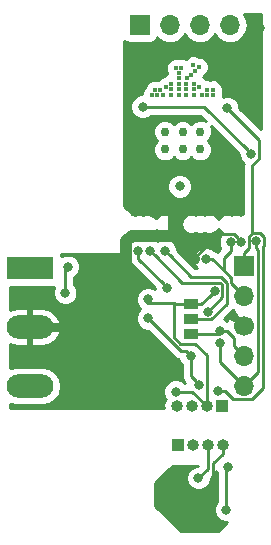
<source format=gbr>
G04 #@! TF.GenerationSoftware,KiCad,Pcbnew,(2018-02-16 revision c95340fba)-makepkg*
G04 #@! TF.CreationDate,2018-04-24T18:33:14+02:00*
G04 #@! TF.ProjectId,lmd,6C6D642E6B696361645F706362000000,rev?*
G04 #@! TF.SameCoordinates,Original*
G04 #@! TF.FileFunction,Copper,L2,Bot,Signal*
G04 #@! TF.FilePolarity,Positive*
%FSLAX46Y46*%
G04 Gerber Fmt 4.6, Leading zero omitted, Abs format (unit mm)*
G04 Created by KiCad (PCBNEW (2018-02-16 revision c95340fba)-makepkg) date 04/24/18 18:33:14*
%MOMM*%
%LPD*%
G01*
G04 APERTURE LIST*
%ADD10O,3.960000X1.980000*%
%ADD11R,3.960000X1.980000*%
%ADD12O,1.700000X1.700000*%
%ADD13R,1.700000X1.700000*%
%ADD14C,0.750000*%
%ADD15R,1.270000X0.970000*%
%ADD16O,1.000000X1.000000*%
%ADD17R,1.000000X1.000000*%
%ADD18C,1.700000*%
%ADD19C,0.800000*%
%ADD20C,0.450000*%
%ADD21C,1.000000*%
%ADD22C,0.250000*%
%ADD23C,0.750000*%
%ADD24C,0.500000*%
%ADD25C,0.254000*%
G04 APERTURE END LIST*
D10*
X108254800Y-121912400D03*
X108254800Y-116912400D03*
D11*
X108254800Y-111912400D03*
D12*
X125181360Y-91343480D03*
X122641360Y-91343480D03*
X120101360Y-91343480D03*
D13*
X117561360Y-91343480D03*
D14*
X119680860Y-101872480D03*
X119680860Y-100372480D03*
X121180860Y-101872480D03*
X121180860Y-100372480D03*
X122680860Y-101872480D03*
X122680860Y-100372480D03*
D15*
X121869200Y-117500400D03*
X121869200Y-116230400D03*
X121869200Y-114960400D03*
D16*
X120713500Y-123634500D03*
X121983500Y-123634500D03*
X123253500Y-123634500D03*
D17*
X124523500Y-123634500D03*
X120777000Y-126936500D03*
D16*
X122047000Y-126936500D03*
X123317000Y-126936500D03*
X124587000Y-126936500D03*
D12*
X126365000Y-121920000D03*
X126365000Y-119380000D03*
D18*
X126365000Y-116840000D03*
D12*
X126365000Y-114300000D03*
D13*
X126365000Y-111760000D03*
D19*
X126169950Y-109724271D03*
X116382800Y-110388400D03*
X122123200Y-111150400D03*
X125425200Y-103632000D03*
X126898400Y-97688400D03*
X113690400Y-114604800D03*
X114731800Y-121945400D03*
X116992400Y-100457000D03*
X127736600Y-91617800D03*
X122580400Y-132029200D03*
X125577600Y-116027200D03*
X125269946Y-109728011D03*
X123139200Y-111150400D03*
X123901196Y-113842800D03*
X120599200Y-122377200D03*
X122529600Y-129692400D03*
X111455200Y-111810800D03*
X111252000Y-114030010D03*
X119888002Y-113588800D03*
X117449600Y-110439200D03*
X118414800Y-110439200D03*
X123328501Y-115619986D03*
X122608510Y-121783882D03*
X124206000Y-122326400D03*
X127009990Y-102260400D03*
X118262400Y-116179596D03*
X125018800Y-128727200D03*
X124866400Y-132384800D03*
X118262400Y-114554000D03*
X120930870Y-104995980D03*
D20*
X123733560Y-97261680D03*
X123733560Y-96804480D03*
X123276360Y-96804480D03*
X123276360Y-97261680D03*
X122819160Y-97261680D03*
X122092720Y-94767400D03*
X122539760Y-94879160D03*
X122214640Y-95214440D03*
X121889520Y-95544640D03*
X121569480Y-95864680D03*
X121505870Y-96779080D03*
X121505870Y-97236280D03*
X121066560Y-94980760D03*
X120604280Y-95006160D03*
X120858280Y-95397320D03*
X120858280Y-95859600D03*
X120855860Y-96321880D03*
X118597680Y-97261680D03*
X118831360Y-96829880D03*
X119288560Y-96829880D03*
X119059960Y-97236280D03*
X119517160Y-97236280D03*
X121498360Y-96321880D03*
X122158760Y-97261680D03*
X122184160Y-96321880D03*
X122590560Y-96575880D03*
X122158760Y-96779080D03*
X120855860Y-96779080D03*
X120855860Y-97236290D03*
X119796560Y-96550480D03*
X120202960Y-96321880D03*
X120202960Y-96779080D03*
X120205860Y-97239180D03*
D19*
X117805200Y-98247200D03*
X124356538Y-117236690D03*
X121869200Y-119329200D03*
X124968000Y-98399600D03*
X127419962Y-109654880D03*
X124357832Y-118246315D03*
X119684800Y-110439200D03*
D21*
X121767600Y-106324400D02*
X122732800Y-106324400D01*
X122732800Y-106324400D02*
X125425200Y-103632000D01*
X120497600Y-107594400D02*
X121767600Y-106324400D01*
X120497600Y-109169200D02*
X120497600Y-107594400D01*
D22*
X124206000Y-109067600D02*
X125513279Y-109067600D01*
X122123200Y-111150400D02*
X124206000Y-109067600D01*
X125513279Y-109067600D02*
X125769951Y-109324272D01*
X125769951Y-109324272D02*
X126169950Y-109724271D01*
D21*
X120497600Y-109169200D02*
X116890800Y-109169200D01*
X122123200Y-111150400D02*
X121462800Y-110490000D01*
X121462800Y-110134400D02*
X120497600Y-109169200D01*
X121462800Y-110490000D02*
X121462800Y-110134400D01*
X116382800Y-111912400D02*
X116382800Y-111252000D01*
X116890800Y-109169200D02*
X116424010Y-109635990D01*
X116382800Y-111252000D02*
X116382800Y-110388400D01*
X116424010Y-109635990D02*
X116424010Y-111210790D01*
X116424010Y-111210790D02*
X116382800Y-111252000D01*
X116320599Y-111974601D02*
X116382800Y-111912400D01*
D23*
X116320599Y-111974601D02*
X114090399Y-114204801D01*
X114090399Y-114204801D02*
X113690400Y-114604800D01*
D24*
X122123200Y-110584715D02*
X122123200Y-111150400D01*
D23*
X113690400Y-114604800D02*
X111382800Y-116912400D01*
X111382800Y-116912400D02*
X108254800Y-116912400D01*
D22*
X124587000Y-127643606D02*
X123799600Y-128431006D01*
X124587000Y-126936500D02*
X124587000Y-127643606D01*
X123799600Y-128431006D02*
X123799600Y-130962400D01*
X123799600Y-130962400D02*
X123545600Y-131216400D01*
X123545600Y-131216400D02*
X123393200Y-131216400D01*
X123393200Y-131216400D02*
X122580400Y-132029200D01*
X122631200Y-132029200D02*
X122580400Y-132029200D01*
X125577600Y-116027200D02*
X125577600Y-116052600D01*
X126365000Y-116814600D02*
X125577600Y-116027200D01*
X126365000Y-116840000D02*
X126365000Y-116814600D01*
X125577600Y-116052600D02*
X126365000Y-116840000D01*
X124670085Y-111092715D02*
X125269946Y-110492854D01*
X125269946Y-110492854D02*
X125269946Y-109728011D01*
X124670085Y-112115600D02*
X123704885Y-111150400D01*
X125277023Y-112722538D02*
X124670085Y-112115600D01*
X124670085Y-112115600D02*
X124670085Y-111092715D01*
X126365000Y-114300000D02*
X125277023Y-113212023D01*
X123704885Y-111150400D02*
X123139200Y-111150400D01*
X125277023Y-113212023D02*
X125277023Y-112722538D01*
X121869200Y-114960400D02*
X122783596Y-114960400D01*
X123501197Y-114242799D02*
X123901196Y-113842800D01*
X122783596Y-114960400D02*
X123501197Y-114242799D01*
X121164885Y-122377200D02*
X120599200Y-122377200D01*
X123253500Y-123634500D02*
X121996200Y-122377200D01*
X121996200Y-122377200D02*
X121164885Y-122377200D01*
X123253500Y-122927394D02*
X123256202Y-122924692D01*
X120974199Y-118310401D02*
X120446800Y-117783002D01*
X120446800Y-117783002D02*
X120446800Y-114858800D01*
X123256202Y-119293802D02*
X122272801Y-118310401D01*
X122272801Y-118310401D02*
X120974199Y-118310401D01*
X123256202Y-122924692D02*
X123256202Y-119293802D01*
X123253500Y-123634500D02*
X123253500Y-122927394D01*
X123291600Y-123240800D02*
X123357802Y-123240800D01*
X122529600Y-129692400D02*
X123317000Y-128905000D01*
X123317000Y-128905000D02*
X123317000Y-126936500D01*
X111252000Y-112014000D02*
X111455200Y-111810800D01*
X111252000Y-114030010D02*
X111252000Y-112014000D01*
X117449600Y-111150398D02*
X119488003Y-113188801D01*
X119488003Y-113188801D02*
X119888002Y-113588800D01*
X117449600Y-110439200D02*
X117449600Y-111150398D01*
X123328501Y-115619986D02*
X124561600Y-114386887D01*
X124561600Y-113324196D02*
X124419804Y-113182400D01*
X124419804Y-113182400D02*
X121158000Y-113182400D01*
X124561600Y-114386887D02*
X124561600Y-113324196D01*
X118814799Y-110839199D02*
X118414800Y-110439200D01*
X121158000Y-113182400D02*
X118814799Y-110839199D01*
X127101600Y-103195392D02*
X127101600Y-108966000D01*
X127990012Y-110082990D02*
X128044990Y-110028012D01*
X126365000Y-110660000D02*
X126365000Y-111760000D01*
X126794962Y-109272638D02*
X126794962Y-110230038D01*
X128044990Y-110028012D02*
X128044990Y-109248990D01*
X124206000Y-122326400D02*
X124771685Y-122326400D01*
X126794962Y-110230038D02*
X126365000Y-110660000D01*
X127762000Y-108966000D02*
X127101600Y-108966000D01*
X127101600Y-108966000D02*
X126794962Y-109272638D01*
X128044990Y-109248990D02*
X127762000Y-108966000D01*
X127990012Y-122098388D02*
X127990012Y-110082990D01*
X127057201Y-123031199D02*
X127990012Y-122098388D01*
X124771685Y-122326400D02*
X125476484Y-123031199D01*
X125476484Y-123031199D02*
X127057201Y-123031199D01*
X127101600Y-103195392D02*
X127634991Y-102662001D01*
X127634991Y-102662001D02*
X127634991Y-101960417D01*
X127634991Y-101960417D02*
X127635000Y-101960408D01*
X127635000Y-101960408D02*
X127635000Y-101066600D01*
X127635000Y-101066600D02*
X124968000Y-98399600D01*
X121869200Y-119329200D02*
X121869200Y-121044572D01*
X121869200Y-121044572D02*
X122208511Y-121383883D01*
X122208511Y-121383883D02*
X122608510Y-121783882D01*
X122996790Y-98247200D02*
X126609991Y-101860401D01*
X126609991Y-101860401D02*
X127009990Y-102260400D01*
X117805200Y-98247200D02*
X122996790Y-98247200D01*
X118662399Y-116579595D02*
X118262400Y-116179596D01*
X121869200Y-119329200D02*
X121469201Y-118929201D01*
X121469201Y-118929201D02*
X121012005Y-118929201D01*
X121012005Y-118929201D02*
X118662399Y-116579595D01*
X124866400Y-128879600D02*
X125018800Y-128727200D01*
X124866400Y-132384800D02*
X124866400Y-128879600D01*
X121869200Y-114960400D02*
X120548400Y-114960400D01*
X120548400Y-114960400D02*
X120446800Y-114858800D01*
X120446800Y-114858800D02*
X118211600Y-114858800D01*
X118211600Y-114604800D02*
X118262400Y-114554000D01*
X118211600Y-114858800D02*
X118211600Y-114604800D01*
X125515001Y-117829468D02*
X124922223Y-117236690D01*
X124092828Y-117500400D02*
X124356538Y-117236690D01*
X121869200Y-117500400D02*
X124092828Y-117500400D01*
X126365000Y-119380000D02*
X125515001Y-118530001D01*
X124922223Y-117236690D02*
X124356538Y-117236690D01*
X125515001Y-118530001D02*
X125515001Y-117829468D01*
X126365000Y-121920000D02*
X127603199Y-120681801D01*
X127603199Y-120681801D02*
X127603199Y-110403802D01*
X127419962Y-110220565D02*
X127419962Y-109654880D01*
X127603199Y-110403802D02*
X127419962Y-110220565D01*
X124357832Y-118812000D02*
X124357832Y-118246315D01*
X126365000Y-121920000D02*
X124357832Y-119912832D01*
X124357832Y-119912832D02*
X124357832Y-118812000D01*
X120084799Y-110839199D02*
X119684800Y-110439200D01*
X122754200Y-116230400D02*
X122768788Y-116244988D01*
X124927012Y-113192212D02*
X124409200Y-112674400D01*
X121920000Y-112674400D02*
X120084799Y-110839199D01*
X124927012Y-114932812D02*
X124927012Y-113192212D01*
X123614836Y-116244988D02*
X124927012Y-114932812D01*
X124409200Y-112674400D02*
X121920000Y-112674400D01*
X122768788Y-116244988D02*
X123614836Y-116244988D01*
X121869200Y-116230400D02*
X122754200Y-116230400D01*
D25*
G36*
X124650500Y-123507500D02*
X124670500Y-123507500D01*
X124670500Y-123761500D01*
X124650500Y-123761500D01*
X124650500Y-123781500D01*
X124396500Y-123781500D01*
X124396500Y-123761500D01*
X124385473Y-123761500D01*
X124410735Y-123634500D01*
X124385473Y-123507500D01*
X124396500Y-123507500D01*
X124396500Y-123487500D01*
X124650500Y-123487500D01*
X124650500Y-123507500D01*
X124650500Y-123507500D01*
G37*
X124650500Y-123507500D02*
X124670500Y-123507500D01*
X124670500Y-123761500D01*
X124650500Y-123761500D01*
X124650500Y-123781500D01*
X124396500Y-123781500D01*
X124396500Y-123761500D01*
X124385473Y-123761500D01*
X124410735Y-123634500D01*
X124385473Y-123507500D01*
X124396500Y-123507500D01*
X124396500Y-123487500D01*
X124650500Y-123487500D01*
X124650500Y-123507500D01*
G36*
X127789001Y-100145799D02*
X126003000Y-98359799D01*
X126003000Y-98193726D01*
X125845431Y-97813320D01*
X125554280Y-97522169D01*
X125173874Y-97364600D01*
X124762126Y-97364600D01*
X124592721Y-97434770D01*
X124593560Y-97432745D01*
X124593560Y-97090615D01*
X124569728Y-97033080D01*
X124593560Y-96975545D01*
X124593560Y-96633415D01*
X124462632Y-96317329D01*
X124220711Y-96075408D01*
X123904625Y-95944480D01*
X123562495Y-95944480D01*
X123504960Y-95968312D01*
X123447425Y-95944480D01*
X123175383Y-95944480D01*
X123077711Y-95846808D01*
X122880276Y-95765027D01*
X122943712Y-95701591D01*
X122973161Y-95630496D01*
X123026911Y-95608232D01*
X123268832Y-95366311D01*
X123399760Y-95050225D01*
X123399760Y-94708095D01*
X123268832Y-94392009D01*
X123026911Y-94150088D01*
X122710825Y-94019160D01*
X122533596Y-94019160D01*
X122263785Y-93907400D01*
X121921655Y-93907400D01*
X121605569Y-94038328D01*
X121439512Y-94204385D01*
X121237625Y-94120760D01*
X120895495Y-94120760D01*
X120804760Y-94158344D01*
X120775345Y-94146160D01*
X120433215Y-94146160D01*
X120117129Y-94277088D01*
X119875208Y-94519009D01*
X119744280Y-94835095D01*
X119744280Y-95177225D01*
X119875208Y-95493311D01*
X119898876Y-95516979D01*
X119715809Y-95592808D01*
X119612934Y-95695683D01*
X119309409Y-95821408D01*
X119160937Y-95969880D01*
X119117495Y-95969880D01*
X119059960Y-95993712D01*
X119002425Y-95969880D01*
X118660295Y-95969880D01*
X118344209Y-96100808D01*
X118102288Y-96342729D01*
X117971360Y-96658815D01*
X117971360Y-96671777D01*
X117868608Y-96774529D01*
X117737680Y-97090615D01*
X117737680Y-97212200D01*
X117599326Y-97212200D01*
X117218920Y-97369769D01*
X116927769Y-97660920D01*
X116770200Y-98041326D01*
X116770200Y-98453074D01*
X116927769Y-98833480D01*
X117218920Y-99124631D01*
X117599326Y-99282200D01*
X118011074Y-99282200D01*
X118391480Y-99124631D01*
X118508911Y-99007200D01*
X122681989Y-99007200D01*
X123147229Y-99472440D01*
X122881761Y-99362480D01*
X122479959Y-99362480D01*
X122108741Y-99516243D01*
X121930860Y-99694124D01*
X121752979Y-99516243D01*
X121381761Y-99362480D01*
X120979959Y-99362480D01*
X120608741Y-99516243D01*
X120430860Y-99694124D01*
X120252979Y-99516243D01*
X119881761Y-99362480D01*
X119479959Y-99362480D01*
X119108741Y-99516243D01*
X118824623Y-99800361D01*
X118670860Y-100171579D01*
X118670860Y-100573381D01*
X118824623Y-100944599D01*
X119002504Y-101122480D01*
X118824623Y-101300361D01*
X118670860Y-101671579D01*
X118670860Y-102073381D01*
X118824623Y-102444599D01*
X119108741Y-102728717D01*
X119479959Y-102882480D01*
X119881761Y-102882480D01*
X120252979Y-102728717D01*
X120430860Y-102550836D01*
X120608741Y-102728717D01*
X120979959Y-102882480D01*
X121381761Y-102882480D01*
X121752979Y-102728717D01*
X121930860Y-102550836D01*
X122108741Y-102728717D01*
X122479959Y-102882480D01*
X122881761Y-102882480D01*
X123252979Y-102728717D01*
X123537097Y-102444599D01*
X123690860Y-102073381D01*
X123690860Y-101671579D01*
X123537097Y-101300361D01*
X123359216Y-101122480D01*
X123537097Y-100944599D01*
X123690860Y-100573381D01*
X123690860Y-100171579D01*
X123580900Y-99906111D01*
X125974990Y-102300202D01*
X125974990Y-102466274D01*
X126132559Y-102846680D01*
X126352354Y-103066475D01*
X126341600Y-103120541D01*
X126341600Y-103120545D01*
X126326712Y-103195392D01*
X126341600Y-103270239D01*
X126341601Y-107331668D01*
X126156445Y-107368498D01*
X126111000Y-107398863D01*
X126065555Y-107368498D01*
X125814701Y-107318600D01*
X125645299Y-107318600D01*
X125394445Y-107368498D01*
X125349000Y-107398863D01*
X125303555Y-107368498D01*
X125052701Y-107318600D01*
X124883299Y-107318600D01*
X124632445Y-107368498D01*
X124347975Y-107558575D01*
X124206000Y-107771055D01*
X124064025Y-107558575D01*
X123779555Y-107368498D01*
X123528701Y-107318600D01*
X123359299Y-107318600D01*
X123108445Y-107368498D01*
X123063000Y-107398863D01*
X123017555Y-107368498D01*
X122766701Y-107318600D01*
X122597299Y-107318600D01*
X122346445Y-107368498D01*
X122301000Y-107398863D01*
X122255555Y-107368498D01*
X122004701Y-107318600D01*
X121835299Y-107318600D01*
X121584445Y-107368498D01*
X121299975Y-107558575D01*
X121109898Y-107843045D01*
X121043152Y-108178600D01*
X121109898Y-108514155D01*
X121299975Y-108798625D01*
X121584445Y-108988702D01*
X121835299Y-109038600D01*
X122004701Y-109038600D01*
X122255555Y-108988702D01*
X122301000Y-108958337D01*
X122346445Y-108988702D01*
X122597299Y-109038600D01*
X122766701Y-109038600D01*
X123017555Y-108988702D01*
X123063000Y-108958337D01*
X123108445Y-108988702D01*
X123359299Y-109038600D01*
X123528701Y-109038600D01*
X123779555Y-108988702D01*
X124064025Y-108798625D01*
X124206000Y-108586145D01*
X124347975Y-108798625D01*
X124580352Y-108953894D01*
X124392515Y-109141731D01*
X124234946Y-109522137D01*
X124234946Y-109933885D01*
X124387006Y-110300992D01*
X124185613Y-110502386D01*
X124144320Y-110529977D01*
X124001422Y-110434496D01*
X123858597Y-110406086D01*
X123725480Y-110272969D01*
X123345074Y-110115400D01*
X122933326Y-110115400D01*
X122552920Y-110272969D01*
X122261769Y-110564120D01*
X122104200Y-110944526D01*
X122104200Y-111356274D01*
X122261769Y-111736680D01*
X122439489Y-111914400D01*
X122234802Y-111914400D01*
X120719800Y-110399399D01*
X120719800Y-110233326D01*
X120562231Y-109852920D01*
X120271080Y-109561769D01*
X119890674Y-109404200D01*
X119478926Y-109404200D01*
X119098520Y-109561769D01*
X119049800Y-109610489D01*
X119001080Y-109561769D01*
X118620674Y-109404200D01*
X118208926Y-109404200D01*
X117932200Y-109518823D01*
X117655474Y-109404200D01*
X117243726Y-109404200D01*
X116863320Y-109561769D01*
X116572169Y-109852920D01*
X116414600Y-110233326D01*
X116414600Y-110645074D01*
X116572169Y-111025480D01*
X116678424Y-111131735D01*
X116674712Y-111150398D01*
X116689600Y-111225245D01*
X116689600Y-111225250D01*
X116731301Y-111434888D01*
X116733697Y-111446935D01*
X116845385Y-111614087D01*
X116901672Y-111698327D01*
X116965128Y-111740727D01*
X118853002Y-113628602D01*
X118853002Y-113680891D01*
X118848680Y-113676569D01*
X118468274Y-113519000D01*
X118056526Y-113519000D01*
X117676120Y-113676569D01*
X117384969Y-113967720D01*
X117227400Y-114348126D01*
X117227400Y-114759874D01*
X117384969Y-115140280D01*
X117611487Y-115366798D01*
X117384969Y-115593316D01*
X117227400Y-115973722D01*
X117227400Y-116385470D01*
X117384969Y-116765876D01*
X117676120Y-117057027D01*
X118056526Y-117214596D01*
X118222599Y-117214596D01*
X120421675Y-119413673D01*
X120464076Y-119477130D01*
X120527532Y-119519530D01*
X120715467Y-119645105D01*
X120763610Y-119654681D01*
X120894530Y-119680723D01*
X120991769Y-119915480D01*
X121109200Y-120032911D01*
X121109201Y-120969721D01*
X121094312Y-121044572D01*
X121153297Y-121341109D01*
X121264850Y-121508059D01*
X121321272Y-121592501D01*
X121358237Y-121617200D01*
X121302911Y-121617200D01*
X121185480Y-121499769D01*
X120805074Y-121342200D01*
X120393326Y-121342200D01*
X120012920Y-121499769D01*
X119721769Y-121790920D01*
X119564200Y-122171326D01*
X119564200Y-122583074D01*
X119721769Y-122963480D01*
X119766752Y-123008463D01*
X119644354Y-123191645D01*
X119556265Y-123634500D01*
X119574267Y-123725000D01*
X106602200Y-123725000D01*
X106602200Y-123424035D01*
X106630757Y-123443116D01*
X107104755Y-123537400D01*
X109404845Y-123537400D01*
X109878843Y-123443116D01*
X110416359Y-123083959D01*
X110775516Y-122546443D01*
X110901635Y-121912400D01*
X110775516Y-121278357D01*
X110416359Y-120740841D01*
X109878843Y-120381684D01*
X109404845Y-120287400D01*
X107104755Y-120287400D01*
X106630757Y-120381684D01*
X106602200Y-120400765D01*
X106602200Y-118386660D01*
X107137800Y-118537400D01*
X108127800Y-118537400D01*
X108127800Y-117039400D01*
X108381800Y-117039400D01*
X108381800Y-118537400D01*
X109371800Y-118537400D01*
X109983993Y-118365103D01*
X110483651Y-117971646D01*
X110794705Y-117416928D01*
X110825018Y-117291265D01*
X110705540Y-117039400D01*
X108381800Y-117039400D01*
X108127800Y-117039400D01*
X108107800Y-117039400D01*
X108107800Y-116785400D01*
X108127800Y-116785400D01*
X108127800Y-115287400D01*
X108381800Y-115287400D01*
X108381800Y-116785400D01*
X110705540Y-116785400D01*
X110825018Y-116533535D01*
X110794705Y-116407872D01*
X110483651Y-115853154D01*
X109983993Y-115459697D01*
X109371800Y-115287400D01*
X108381800Y-115287400D01*
X108127800Y-115287400D01*
X107137800Y-115287400D01*
X106602200Y-115438140D01*
X106602200Y-113549840D01*
X110234800Y-113549840D01*
X110339220Y-113529070D01*
X110217000Y-113824136D01*
X110217000Y-114235884D01*
X110374569Y-114616290D01*
X110665720Y-114907441D01*
X111046126Y-115065010D01*
X111457874Y-115065010D01*
X111838280Y-114907441D01*
X112129431Y-114616290D01*
X112287000Y-114235884D01*
X112287000Y-113824136D01*
X112129431Y-113443730D01*
X112012000Y-113326299D01*
X112012000Y-112700442D01*
X112041480Y-112688231D01*
X112332631Y-112397080D01*
X112490200Y-112016674D01*
X112490200Y-111604926D01*
X112332631Y-111224520D01*
X112041480Y-110933369D01*
X111661074Y-110775800D01*
X111249326Y-110775800D01*
X110882240Y-110927852D01*
X110882240Y-110922400D01*
X110851488Y-110767800D01*
X115497612Y-110767800D01*
X115570000Y-110782199D01*
X115642388Y-110767800D01*
X115856783Y-110725154D01*
X116099905Y-110562705D01*
X116262354Y-110319583D01*
X116319399Y-110032800D01*
X116305000Y-109960412D01*
X116305000Y-109317906D01*
X116517160Y-109176145D01*
X116641779Y-109051524D01*
X116704499Y-109064000D01*
X116873901Y-109064000D01*
X117124755Y-109014102D01*
X117144800Y-109000708D01*
X117164845Y-109014102D01*
X117415699Y-109064000D01*
X117585101Y-109064000D01*
X117835955Y-109014102D01*
X117856000Y-109000708D01*
X117876045Y-109014102D01*
X118126899Y-109064000D01*
X118296301Y-109064000D01*
X118547155Y-109014102D01*
X118831625Y-108824025D01*
X118931286Y-108674872D01*
X119013975Y-108798625D01*
X119298445Y-108988702D01*
X119549299Y-109038600D01*
X119718701Y-109038600D01*
X119969555Y-108988702D01*
X120254025Y-108798625D01*
X120444102Y-108514155D01*
X120510848Y-108178600D01*
X120444102Y-107843045D01*
X120254025Y-107558575D01*
X119969555Y-107368498D01*
X119718701Y-107318600D01*
X119549299Y-107318600D01*
X119298445Y-107368498D01*
X119013975Y-107558575D01*
X118914314Y-107707728D01*
X118831625Y-107583975D01*
X118547155Y-107393898D01*
X118296301Y-107344000D01*
X118126899Y-107344000D01*
X117876045Y-107393898D01*
X117856000Y-107407292D01*
X117835955Y-107393898D01*
X117585101Y-107344000D01*
X117415699Y-107344000D01*
X117164845Y-107393898D01*
X117144800Y-107407292D01*
X117124755Y-107393898D01*
X116894146Y-107348027D01*
X116885126Y-107326251D01*
X116885125Y-107326250D01*
X116719945Y-107079040D01*
X116618552Y-106977648D01*
X116517160Y-106876255D01*
X116269950Y-106711074D01*
X116254200Y-106704550D01*
X116254200Y-104790106D01*
X119895870Y-104790106D01*
X119895870Y-105201854D01*
X120053439Y-105582260D01*
X120344590Y-105873411D01*
X120724996Y-106030980D01*
X121136744Y-106030980D01*
X121517150Y-105873411D01*
X121808301Y-105582260D01*
X121965870Y-105201854D01*
X121965870Y-104790106D01*
X121808301Y-104409700D01*
X121517150Y-104118549D01*
X121136744Y-103960980D01*
X120724996Y-103960980D01*
X120344590Y-104118549D01*
X120053439Y-104409700D01*
X119895870Y-104790106D01*
X116254200Y-104790106D01*
X116254200Y-92651723D01*
X116463595Y-92791637D01*
X116711360Y-92840920D01*
X118411360Y-92840920D01*
X118659125Y-92791637D01*
X118869169Y-92651289D01*
X119009517Y-92441245D01*
X119018544Y-92395861D01*
X119030735Y-92414105D01*
X119521942Y-92742319D01*
X119955104Y-92828480D01*
X120247616Y-92828480D01*
X120680778Y-92742319D01*
X121171985Y-92414105D01*
X121371360Y-92115719D01*
X121570735Y-92414105D01*
X122061942Y-92742319D01*
X122495104Y-92828480D01*
X122787616Y-92828480D01*
X123220778Y-92742319D01*
X123711985Y-92414105D01*
X123911360Y-92115719D01*
X124110735Y-92414105D01*
X124601942Y-92742319D01*
X125035104Y-92828480D01*
X125327616Y-92828480D01*
X125760778Y-92742319D01*
X126251985Y-92414105D01*
X126580199Y-91922898D01*
X126695452Y-91343480D01*
X126580199Y-90764062D01*
X126368880Y-90447800D01*
X127789000Y-90447800D01*
X127789001Y-100145799D01*
X127789001Y-100145799D01*
G37*
X127789001Y-100145799D02*
X126003000Y-98359799D01*
X126003000Y-98193726D01*
X125845431Y-97813320D01*
X125554280Y-97522169D01*
X125173874Y-97364600D01*
X124762126Y-97364600D01*
X124592721Y-97434770D01*
X124593560Y-97432745D01*
X124593560Y-97090615D01*
X124569728Y-97033080D01*
X124593560Y-96975545D01*
X124593560Y-96633415D01*
X124462632Y-96317329D01*
X124220711Y-96075408D01*
X123904625Y-95944480D01*
X123562495Y-95944480D01*
X123504960Y-95968312D01*
X123447425Y-95944480D01*
X123175383Y-95944480D01*
X123077711Y-95846808D01*
X122880276Y-95765027D01*
X122943712Y-95701591D01*
X122973161Y-95630496D01*
X123026911Y-95608232D01*
X123268832Y-95366311D01*
X123399760Y-95050225D01*
X123399760Y-94708095D01*
X123268832Y-94392009D01*
X123026911Y-94150088D01*
X122710825Y-94019160D01*
X122533596Y-94019160D01*
X122263785Y-93907400D01*
X121921655Y-93907400D01*
X121605569Y-94038328D01*
X121439512Y-94204385D01*
X121237625Y-94120760D01*
X120895495Y-94120760D01*
X120804760Y-94158344D01*
X120775345Y-94146160D01*
X120433215Y-94146160D01*
X120117129Y-94277088D01*
X119875208Y-94519009D01*
X119744280Y-94835095D01*
X119744280Y-95177225D01*
X119875208Y-95493311D01*
X119898876Y-95516979D01*
X119715809Y-95592808D01*
X119612934Y-95695683D01*
X119309409Y-95821408D01*
X119160937Y-95969880D01*
X119117495Y-95969880D01*
X119059960Y-95993712D01*
X119002425Y-95969880D01*
X118660295Y-95969880D01*
X118344209Y-96100808D01*
X118102288Y-96342729D01*
X117971360Y-96658815D01*
X117971360Y-96671777D01*
X117868608Y-96774529D01*
X117737680Y-97090615D01*
X117737680Y-97212200D01*
X117599326Y-97212200D01*
X117218920Y-97369769D01*
X116927769Y-97660920D01*
X116770200Y-98041326D01*
X116770200Y-98453074D01*
X116927769Y-98833480D01*
X117218920Y-99124631D01*
X117599326Y-99282200D01*
X118011074Y-99282200D01*
X118391480Y-99124631D01*
X118508911Y-99007200D01*
X122681989Y-99007200D01*
X123147229Y-99472440D01*
X122881761Y-99362480D01*
X122479959Y-99362480D01*
X122108741Y-99516243D01*
X121930860Y-99694124D01*
X121752979Y-99516243D01*
X121381761Y-99362480D01*
X120979959Y-99362480D01*
X120608741Y-99516243D01*
X120430860Y-99694124D01*
X120252979Y-99516243D01*
X119881761Y-99362480D01*
X119479959Y-99362480D01*
X119108741Y-99516243D01*
X118824623Y-99800361D01*
X118670860Y-100171579D01*
X118670860Y-100573381D01*
X118824623Y-100944599D01*
X119002504Y-101122480D01*
X118824623Y-101300361D01*
X118670860Y-101671579D01*
X118670860Y-102073381D01*
X118824623Y-102444599D01*
X119108741Y-102728717D01*
X119479959Y-102882480D01*
X119881761Y-102882480D01*
X120252979Y-102728717D01*
X120430860Y-102550836D01*
X120608741Y-102728717D01*
X120979959Y-102882480D01*
X121381761Y-102882480D01*
X121752979Y-102728717D01*
X121930860Y-102550836D01*
X122108741Y-102728717D01*
X122479959Y-102882480D01*
X122881761Y-102882480D01*
X123252979Y-102728717D01*
X123537097Y-102444599D01*
X123690860Y-102073381D01*
X123690860Y-101671579D01*
X123537097Y-101300361D01*
X123359216Y-101122480D01*
X123537097Y-100944599D01*
X123690860Y-100573381D01*
X123690860Y-100171579D01*
X123580900Y-99906111D01*
X125974990Y-102300202D01*
X125974990Y-102466274D01*
X126132559Y-102846680D01*
X126352354Y-103066475D01*
X126341600Y-103120541D01*
X126341600Y-103120545D01*
X126326712Y-103195392D01*
X126341600Y-103270239D01*
X126341601Y-107331668D01*
X126156445Y-107368498D01*
X126111000Y-107398863D01*
X126065555Y-107368498D01*
X125814701Y-107318600D01*
X125645299Y-107318600D01*
X125394445Y-107368498D01*
X125349000Y-107398863D01*
X125303555Y-107368498D01*
X125052701Y-107318600D01*
X124883299Y-107318600D01*
X124632445Y-107368498D01*
X124347975Y-107558575D01*
X124206000Y-107771055D01*
X124064025Y-107558575D01*
X123779555Y-107368498D01*
X123528701Y-107318600D01*
X123359299Y-107318600D01*
X123108445Y-107368498D01*
X123063000Y-107398863D01*
X123017555Y-107368498D01*
X122766701Y-107318600D01*
X122597299Y-107318600D01*
X122346445Y-107368498D01*
X122301000Y-107398863D01*
X122255555Y-107368498D01*
X122004701Y-107318600D01*
X121835299Y-107318600D01*
X121584445Y-107368498D01*
X121299975Y-107558575D01*
X121109898Y-107843045D01*
X121043152Y-108178600D01*
X121109898Y-108514155D01*
X121299975Y-108798625D01*
X121584445Y-108988702D01*
X121835299Y-109038600D01*
X122004701Y-109038600D01*
X122255555Y-108988702D01*
X122301000Y-108958337D01*
X122346445Y-108988702D01*
X122597299Y-109038600D01*
X122766701Y-109038600D01*
X123017555Y-108988702D01*
X123063000Y-108958337D01*
X123108445Y-108988702D01*
X123359299Y-109038600D01*
X123528701Y-109038600D01*
X123779555Y-108988702D01*
X124064025Y-108798625D01*
X124206000Y-108586145D01*
X124347975Y-108798625D01*
X124580352Y-108953894D01*
X124392515Y-109141731D01*
X124234946Y-109522137D01*
X124234946Y-109933885D01*
X124387006Y-110300992D01*
X124185613Y-110502386D01*
X124144320Y-110529977D01*
X124001422Y-110434496D01*
X123858597Y-110406086D01*
X123725480Y-110272969D01*
X123345074Y-110115400D01*
X122933326Y-110115400D01*
X122552920Y-110272969D01*
X122261769Y-110564120D01*
X122104200Y-110944526D01*
X122104200Y-111356274D01*
X122261769Y-111736680D01*
X122439489Y-111914400D01*
X122234802Y-111914400D01*
X120719800Y-110399399D01*
X120719800Y-110233326D01*
X120562231Y-109852920D01*
X120271080Y-109561769D01*
X119890674Y-109404200D01*
X119478926Y-109404200D01*
X119098520Y-109561769D01*
X119049800Y-109610489D01*
X119001080Y-109561769D01*
X118620674Y-109404200D01*
X118208926Y-109404200D01*
X117932200Y-109518823D01*
X117655474Y-109404200D01*
X117243726Y-109404200D01*
X116863320Y-109561769D01*
X116572169Y-109852920D01*
X116414600Y-110233326D01*
X116414600Y-110645074D01*
X116572169Y-111025480D01*
X116678424Y-111131735D01*
X116674712Y-111150398D01*
X116689600Y-111225245D01*
X116689600Y-111225250D01*
X116731301Y-111434888D01*
X116733697Y-111446935D01*
X116845385Y-111614087D01*
X116901672Y-111698327D01*
X116965128Y-111740727D01*
X118853002Y-113628602D01*
X118853002Y-113680891D01*
X118848680Y-113676569D01*
X118468274Y-113519000D01*
X118056526Y-113519000D01*
X117676120Y-113676569D01*
X117384969Y-113967720D01*
X117227400Y-114348126D01*
X117227400Y-114759874D01*
X117384969Y-115140280D01*
X117611487Y-115366798D01*
X117384969Y-115593316D01*
X117227400Y-115973722D01*
X117227400Y-116385470D01*
X117384969Y-116765876D01*
X117676120Y-117057027D01*
X118056526Y-117214596D01*
X118222599Y-117214596D01*
X120421675Y-119413673D01*
X120464076Y-119477130D01*
X120527532Y-119519530D01*
X120715467Y-119645105D01*
X120763610Y-119654681D01*
X120894530Y-119680723D01*
X120991769Y-119915480D01*
X121109200Y-120032911D01*
X121109201Y-120969721D01*
X121094312Y-121044572D01*
X121153297Y-121341109D01*
X121264850Y-121508059D01*
X121321272Y-121592501D01*
X121358237Y-121617200D01*
X121302911Y-121617200D01*
X121185480Y-121499769D01*
X120805074Y-121342200D01*
X120393326Y-121342200D01*
X120012920Y-121499769D01*
X119721769Y-121790920D01*
X119564200Y-122171326D01*
X119564200Y-122583074D01*
X119721769Y-122963480D01*
X119766752Y-123008463D01*
X119644354Y-123191645D01*
X119556265Y-123634500D01*
X119574267Y-123725000D01*
X106602200Y-123725000D01*
X106602200Y-123424035D01*
X106630757Y-123443116D01*
X107104755Y-123537400D01*
X109404845Y-123537400D01*
X109878843Y-123443116D01*
X110416359Y-123083959D01*
X110775516Y-122546443D01*
X110901635Y-121912400D01*
X110775516Y-121278357D01*
X110416359Y-120740841D01*
X109878843Y-120381684D01*
X109404845Y-120287400D01*
X107104755Y-120287400D01*
X106630757Y-120381684D01*
X106602200Y-120400765D01*
X106602200Y-118386660D01*
X107137800Y-118537400D01*
X108127800Y-118537400D01*
X108127800Y-117039400D01*
X108381800Y-117039400D01*
X108381800Y-118537400D01*
X109371800Y-118537400D01*
X109983993Y-118365103D01*
X110483651Y-117971646D01*
X110794705Y-117416928D01*
X110825018Y-117291265D01*
X110705540Y-117039400D01*
X108381800Y-117039400D01*
X108127800Y-117039400D01*
X108107800Y-117039400D01*
X108107800Y-116785400D01*
X108127800Y-116785400D01*
X108127800Y-115287400D01*
X108381800Y-115287400D01*
X108381800Y-116785400D01*
X110705540Y-116785400D01*
X110825018Y-116533535D01*
X110794705Y-116407872D01*
X110483651Y-115853154D01*
X109983993Y-115459697D01*
X109371800Y-115287400D01*
X108381800Y-115287400D01*
X108127800Y-115287400D01*
X107137800Y-115287400D01*
X106602200Y-115438140D01*
X106602200Y-113549840D01*
X110234800Y-113549840D01*
X110339220Y-113529070D01*
X110217000Y-113824136D01*
X110217000Y-114235884D01*
X110374569Y-114616290D01*
X110665720Y-114907441D01*
X111046126Y-115065010D01*
X111457874Y-115065010D01*
X111838280Y-114907441D01*
X112129431Y-114616290D01*
X112287000Y-114235884D01*
X112287000Y-113824136D01*
X112129431Y-113443730D01*
X112012000Y-113326299D01*
X112012000Y-112700442D01*
X112041480Y-112688231D01*
X112332631Y-112397080D01*
X112490200Y-112016674D01*
X112490200Y-111604926D01*
X112332631Y-111224520D01*
X112041480Y-110933369D01*
X111661074Y-110775800D01*
X111249326Y-110775800D01*
X110882240Y-110927852D01*
X110882240Y-110922400D01*
X110851488Y-110767800D01*
X115497612Y-110767800D01*
X115570000Y-110782199D01*
X115642388Y-110767800D01*
X115856783Y-110725154D01*
X116099905Y-110562705D01*
X116262354Y-110319583D01*
X116319399Y-110032800D01*
X116305000Y-109960412D01*
X116305000Y-109317906D01*
X116517160Y-109176145D01*
X116641779Y-109051524D01*
X116704499Y-109064000D01*
X116873901Y-109064000D01*
X117124755Y-109014102D01*
X117144800Y-109000708D01*
X117164845Y-109014102D01*
X117415699Y-109064000D01*
X117585101Y-109064000D01*
X117835955Y-109014102D01*
X117856000Y-109000708D01*
X117876045Y-109014102D01*
X118126899Y-109064000D01*
X118296301Y-109064000D01*
X118547155Y-109014102D01*
X118831625Y-108824025D01*
X118931286Y-108674872D01*
X119013975Y-108798625D01*
X119298445Y-108988702D01*
X119549299Y-109038600D01*
X119718701Y-109038600D01*
X119969555Y-108988702D01*
X120254025Y-108798625D01*
X120444102Y-108514155D01*
X120510848Y-108178600D01*
X120444102Y-107843045D01*
X120254025Y-107558575D01*
X119969555Y-107368498D01*
X119718701Y-107318600D01*
X119549299Y-107318600D01*
X119298445Y-107368498D01*
X119013975Y-107558575D01*
X118914314Y-107707728D01*
X118831625Y-107583975D01*
X118547155Y-107393898D01*
X118296301Y-107344000D01*
X118126899Y-107344000D01*
X117876045Y-107393898D01*
X117856000Y-107407292D01*
X117835955Y-107393898D01*
X117585101Y-107344000D01*
X117415699Y-107344000D01*
X117164845Y-107393898D01*
X117144800Y-107407292D01*
X117124755Y-107393898D01*
X116894146Y-107348027D01*
X116885126Y-107326251D01*
X116885125Y-107326250D01*
X116719945Y-107079040D01*
X116618552Y-106977648D01*
X116517160Y-106876255D01*
X116269950Y-106711074D01*
X116254200Y-106704550D01*
X116254200Y-104790106D01*
X119895870Y-104790106D01*
X119895870Y-105201854D01*
X120053439Y-105582260D01*
X120344590Y-105873411D01*
X120724996Y-106030980D01*
X121136744Y-106030980D01*
X121517150Y-105873411D01*
X121808301Y-105582260D01*
X121965870Y-105201854D01*
X121965870Y-104790106D01*
X121808301Y-104409700D01*
X121517150Y-104118549D01*
X121136744Y-103960980D01*
X120724996Y-103960980D01*
X120344590Y-104118549D01*
X120053439Y-104409700D01*
X119895870Y-104790106D01*
X116254200Y-104790106D01*
X116254200Y-92651723D01*
X116463595Y-92791637D01*
X116711360Y-92840920D01*
X118411360Y-92840920D01*
X118659125Y-92791637D01*
X118869169Y-92651289D01*
X119009517Y-92441245D01*
X119018544Y-92395861D01*
X119030735Y-92414105D01*
X119521942Y-92742319D01*
X119955104Y-92828480D01*
X120247616Y-92828480D01*
X120680778Y-92742319D01*
X121171985Y-92414105D01*
X121371360Y-92115719D01*
X121570735Y-92414105D01*
X122061942Y-92742319D01*
X122495104Y-92828480D01*
X122787616Y-92828480D01*
X123220778Y-92742319D01*
X123711985Y-92414105D01*
X123911360Y-92115719D01*
X124110735Y-92414105D01*
X124601942Y-92742319D01*
X125035104Y-92828480D01*
X125327616Y-92828480D01*
X125760778Y-92742319D01*
X126251985Y-92414105D01*
X126580199Y-91922898D01*
X126695452Y-91343480D01*
X126580199Y-90764062D01*
X126368880Y-90447800D01*
X127789000Y-90447800D01*
X127789001Y-100145799D01*
G36*
X125576353Y-115559037D02*
X125500647Y-115796042D01*
X126365000Y-116660395D01*
X126379143Y-116646253D01*
X126558748Y-116825858D01*
X126544605Y-116840000D01*
X126558748Y-116854143D01*
X126379143Y-117033748D01*
X126365000Y-117019605D01*
X126350858Y-117033748D01*
X126171253Y-116854143D01*
X126185395Y-116840000D01*
X125321042Y-115975647D01*
X125069741Y-116055920D01*
X124955209Y-116371650D01*
X124942818Y-116359259D01*
X124682990Y-116251635D01*
X125411485Y-115523141D01*
X125467058Y-115486008D01*
X125576353Y-115559037D01*
X125576353Y-115559037D01*
G37*
X125576353Y-115559037D02*
X125500647Y-115796042D01*
X126365000Y-116660395D01*
X126379143Y-116646253D01*
X126558748Y-116825858D01*
X126544605Y-116840000D01*
X126558748Y-116854143D01*
X126379143Y-117033748D01*
X126365000Y-117019605D01*
X126350858Y-117033748D01*
X126171253Y-116854143D01*
X126185395Y-116840000D01*
X125321042Y-115975647D01*
X125069741Y-116055920D01*
X124955209Y-116371650D01*
X124942818Y-116359259D01*
X124682990Y-116251635D01*
X125411485Y-115523141D01*
X125467058Y-115486008D01*
X125576353Y-115559037D01*
G36*
X122489798Y-128657400D02*
X122323726Y-128657400D01*
X121943320Y-128814969D01*
X121652169Y-129106120D01*
X121494600Y-129486526D01*
X121494600Y-129898274D01*
X121652169Y-130278680D01*
X121943320Y-130569831D01*
X122323726Y-130727400D01*
X122735474Y-130727400D01*
X123115880Y-130569831D01*
X123407031Y-130278680D01*
X123564600Y-129898274D01*
X123564600Y-129732202D01*
X123801473Y-129495329D01*
X123864929Y-129452929D01*
X123991104Y-129264095D01*
X124032904Y-129201538D01*
X124043872Y-129146398D01*
X124053050Y-129100258D01*
X124106401Y-129229059D01*
X124106400Y-131681089D01*
X123988969Y-131798520D01*
X123831400Y-132178926D01*
X123831400Y-132590674D01*
X123988969Y-132971080D01*
X124280120Y-133262231D01*
X124660526Y-133419800D01*
X124962756Y-133419800D01*
X124224630Y-134139000D01*
X121012646Y-134139000D01*
X118845000Y-132024225D01*
X118845000Y-130108057D01*
X120032190Y-128972484D01*
X120039037Y-128967909D01*
X120084444Y-128922502D01*
X120105263Y-128902588D01*
X120163905Y-128863405D01*
X120305830Y-128651000D01*
X122496198Y-128651000D01*
X122489798Y-128657400D01*
X122489798Y-128657400D01*
G37*
X122489798Y-128657400D02*
X122323726Y-128657400D01*
X121943320Y-128814969D01*
X121652169Y-129106120D01*
X121494600Y-129486526D01*
X121494600Y-129898274D01*
X121652169Y-130278680D01*
X121943320Y-130569831D01*
X122323726Y-130727400D01*
X122735474Y-130727400D01*
X123115880Y-130569831D01*
X123407031Y-130278680D01*
X123564600Y-129898274D01*
X123564600Y-129732202D01*
X123801473Y-129495329D01*
X123864929Y-129452929D01*
X123991104Y-129264095D01*
X124032904Y-129201538D01*
X124043872Y-129146398D01*
X124053050Y-129100258D01*
X124106401Y-129229059D01*
X124106400Y-131681089D01*
X123988969Y-131798520D01*
X123831400Y-132178926D01*
X123831400Y-132590674D01*
X123988969Y-132971080D01*
X124280120Y-133262231D01*
X124660526Y-133419800D01*
X124962756Y-133419800D01*
X124224630Y-134139000D01*
X121012646Y-134139000D01*
X118845000Y-132024225D01*
X118845000Y-130108057D01*
X120032190Y-128972484D01*
X120039037Y-128967909D01*
X120084444Y-128922502D01*
X120105263Y-128902588D01*
X120163905Y-128863405D01*
X120305830Y-128651000D01*
X122496198Y-128651000D01*
X122489798Y-128657400D01*
M02*

</source>
